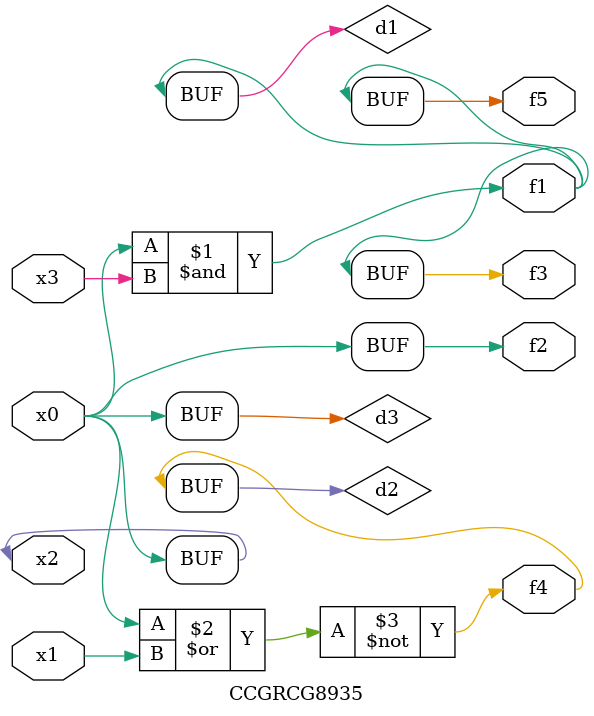
<source format=v>
module CCGRCG8935(
	input x0, x1, x2, x3,
	output f1, f2, f3, f4, f5
);

	wire d1, d2, d3;

	and (d1, x2, x3);
	nor (d2, x0, x1);
	buf (d3, x0, x2);
	assign f1 = d1;
	assign f2 = d3;
	assign f3 = d1;
	assign f4 = d2;
	assign f5 = d1;
endmodule

</source>
